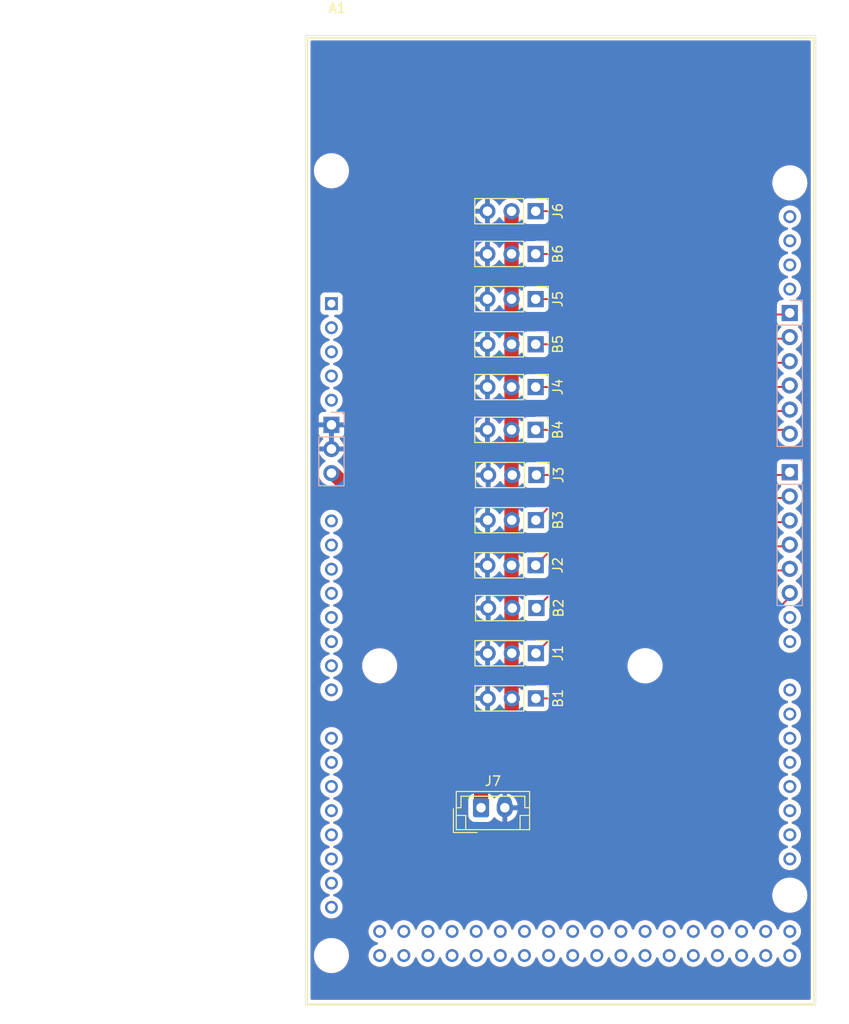
<source format=kicad_pcb>
(kicad_pcb (version 20241229) (generator "pcbnew") (generator_version "9.0")
  (layers (0 "F.Cu" signal) (2 "B.Cu" signal) (13 "F.Paste" user) (15 "B.Paste" user) (5 "F.SilkS" user "F.Silkscreen") (7 "B.SilkS" user "B.Silkscreen") (1 "F.Mask" user) (3 "B.Mask" user) (25 "Edge.Cuts" user))
  (net 0 "")
  (net 2 "Net-(J1-PWM)")
  (net 4 "Net-(B5-PWM)")
  (net 5 "Net-(J3-PWM)")
  (net 7 "Net-(J6-PWM)")
  (net 25 "Net-(B6-PWM)")
  (net 26 "Net-(B2-PWM)")
  (net 27 "Net-(J2-PWM)")
  (net 44 "Net-(B3-PWM)")
  (net 50 "Net-(B4-PWM)")
  (net 51 "Net-(J4-PWM)")
  (net 62 "Net-(J5-PWM)")
  (net 76 "Net-(B1-PWM)")
  (net 83 "GND")
  (net 85 "+5V")
  (footprint "Connector_PinHeader_2.54mm:PinHeader_1x03_P2.54mm_Vertical" (layer "F.Cu") (at 79.25 65.25 -90)
    (property "Reference" "B6" (at 0 -2.33 90) (layer "F.SilkS"))
    (property "Value" "Motor_Servo")
    (fp_line (start -1.33 6.41) (end 1.33 6.41) (stroke (width 0.12)) (layer "F.SilkS"))
    (fp_line (start -1.33 1.27) (end -1.33 6.41) (stroke (width 0.12)) (layer "F.SilkS"))
    (fp_line (start -1.33 1.27) (end 1.33 1.27) (stroke (width 0.12)) (layer "F.SilkS"))
    (fp_line (start 1.33 1.27) (end 1.33 6.41) (stroke (width 0.12)) (layer "F.SilkS"))
    (fp_line (start -1.33 0) (end -1.33 -1.33) (stroke (width 0.12)) (layer "F.SilkS"))
    (fp_line (start -1.33 -1.33) (end 0 -1.33) (stroke (width 0.12)) (layer "F.SilkS"))
    (pad "1" thru_hole rect (at 0 0 270) (size 1.7 1.7) (drill 1) (layers "*.Cu" "*.Mask") (net 25 "Net-(B6-PWM)"))
    (pad "2" thru_hole oval (at 0 2.54 270) (size 1.7 1.7) (drill 1) (layers "*.Cu" "*.Mask") (net 85 "+5V"))
    (pad "3" thru_hole oval (at 0 5.08 270) (size 1.7 1.7) (drill 1) (layers "*.Cu" "*.Mask") (net 83 "GND"))
  )
  (footprint "Connector_PinHeader_2.54mm:PinHeader_1x03_P2.54mm_Vertical" (layer "F.Cu") (at 79.25 98 -90)
    (property "Reference" "J2" (at 0 -2.33 90) (layer "F.SilkS"))
    (property "Value" "Motor_Servo")
    (fp_line (start -1.33 6.41) (end 1.33 6.41) (stroke (width 0.12)) (layer "F.SilkS"))
    (fp_line (start -1.33 1.27) (end -1.33 6.41) (stroke (width 0.12)) (layer "F.SilkS"))
    (fp_line (start -1.33 1.27) (end 1.33 1.27) (stroke (width 0.12)) (layer "F.SilkS"))
    (fp_line (start 1.33 1.27) (end 1.33 6.41) (stroke (width 0.12)) (layer "F.SilkS"))
    (fp_line (start -1.33 0) (end -1.33 -1.33) (stroke (width 0.12)) (layer "F.SilkS"))
    (fp_line (start -1.33 -1.33) (end 0 -1.33) (stroke (width 0.12)) (layer "F.SilkS"))
    (pad "1" thru_hole rect (at 0 0 270) (size 1.7 1.7) (drill 1) (layers "*.Cu" "*.Mask") (net 27 "Net-(J2-PWM)"))
    (pad "2" thru_hole oval (at 0 2.54 270) (size 1.7 1.7) (drill 1) (layers "*.Cu" "*.Mask") (net 85 "+5V"))
    (pad "3" thru_hole oval (at 0 5.08 270) (size 1.7 1.7) (drill 1) (layers "*.Cu" "*.Mask") (net 83 "GND"))
  )
  (footprint "Connector_PinHeader_2.54mm:PinHeader_1x03_P2.54mm_Vertical" (layer "F.Cu") (at 79.275 112 -90)
    (property "Reference" "B1" (at 0 -2.33 90) (layer "F.SilkS"))
    (property "Value" "Motor_Servo")
    (fp_line (start -1.33 6.41) (end 1.33 6.41) (stroke (width 0.12)) (layer "F.SilkS"))
    (fp_line (start -1.33 1.27) (end -1.33 6.41) (stroke (width 0.12)) (layer "F.SilkS"))
    (fp_line (start -1.33 1.27) (end 1.33 1.27) (stroke (width 0.12)) (layer "F.SilkS"))
    (fp_line (start 1.33 1.27) (end 1.33 6.41) (stroke (width 0.12)) (layer "F.SilkS"))
    (fp_line (start -1.33 0) (end -1.33 -1.33) (stroke (width 0.12)) (layer "F.SilkS"))
    (fp_line (start -1.33 -1.33) (end 0 -1.33) (stroke (width 0.12)) (layer "F.SilkS"))
    (pad "1" thru_hole rect (at 0 0 270) (size 1.7 1.7) (drill 1) (layers "*.Cu" "*.Mask") (net 76 "Net-(B1-PWM)"))
    (pad "2" thru_hole oval (at 0 2.54 270) (size 1.7 1.7) (drill 1) (layers "*.Cu" "*.Mask") (net 85 "+5V"))
    (pad "3" thru_hole oval (at 0 5.08 270) (size 1.7 1.7) (drill 1) (layers "*.Cu" "*.Mask") (net 83 "GND"))
  )
  (footprint "Connector_PinHeader_2.54mm:PinHeader_1x03_P2.54mm_Vertical" (layer "F.Cu") (at 79.25 60.75 -90)
    (property "Reference" "J6" (at 0 -2.33 90) (layer "F.SilkS"))
    (property "Value" "Motor_Servo")
    (fp_line (start -1.33 6.41) (end 1.33 6.41) (stroke (width 0.12)) (layer "F.SilkS"))
    (fp_line (start -1.33 1.27) (end -1.33 6.41) (stroke (width 0.12)) (layer "F.SilkS"))
    (fp_line (start -1.33 1.27) (end 1.33 1.27) (stroke (width 0.12)) (layer "F.SilkS"))
    (fp_line (start 1.33 1.27) (end 1.33 6.41) (stroke (width 0.12)) (layer "F.SilkS"))
    (fp_line (start -1.33 0) (end -1.33 -1.33) (stroke (width 0.12)) (layer "F.SilkS"))
    (fp_line (start -1.33 -1.33) (end 0 -1.33) (stroke (width 0.12)) (layer "F.SilkS"))
    (pad "1" thru_hole rect (at 0 0 270) (size 1.7 1.7) (drill 1) (layers "*.Cu" "*.Mask") (net 7 "Net-(J6-PWM)"))
    (pad "2" thru_hole oval (at 0 2.54 270) (size 1.7 1.7) (drill 1) (layers "*.Cu" "*.Mask") (net 85 "+5V"))
    (pad "3" thru_hole oval (at 0 5.08 270) (size 1.7 1.7) (drill 1) (layers "*.Cu" "*.Mask") (net 83 "GND"))
  )
  (footprint "Connector_PinHeader_2.54mm:PinHeader_1x03_P2.54mm_Vertical" (layer "F.Cu") (at 79.25 83.75 -90)
    (property "Reference" "B4" (at 0 -2.33 90) (layer "F.SilkS"))
    (property "Value" "Motor_Servo")
    (fp_line (start -1.33 6.41) (end 1.33 6.41) (stroke (width 0.12)) (layer "F.SilkS"))
    (fp_line (start -1.33 1.27) (end -1.33 6.41) (stroke (width 0.12)) (layer "F.SilkS"))
    (fp_line (start -1.33 1.27) (end 1.33 1.27) (stroke (width 0.12)) (layer "F.SilkS"))
    (fp_line (start 1.33 1.27) (end 1.33 6.41) (stroke (width 0.12)) (layer "F.SilkS"))
    (fp_line (start -1.33 0) (end -1.33 -1.33) (stroke (width 0.12)) (layer "F.SilkS"))
    (fp_line (start -1.33 -1.33) (end 0 -1.33) (stroke (width 0.12)) (layer "F.SilkS"))
    (pad "1" thru_hole rect (at 0 0 270) (size 1.7 1.7) (drill 1) (layers "*.Cu" "*.Mask") (net 50 "Net-(B4-PWM)"))
    (pad "2" thru_hole oval (at 0 2.54 270) (size 1.7 1.7) (drill 1) (layers "*.Cu" "*.Mask") (net 85 "+5V"))
    (pad "3" thru_hole oval (at 0 5.08 270) (size 1.7 1.7) (drill 1) (layers "*.Cu" "*.Mask") (net 83 "GND"))
  )
  (footprint "Connector_JST:JST_EH_B2B-EH-A_1x02_P2.50mm_Vertical" (layer "F.Cu") (at 73.5 123.5)
    (property "Reference" "J7" (at 1.25 -2.8 0) (layer "F.SilkS"))
    (property "Value" "Conn_01x02_Pin")
    (fp_line (start -2.91 0.11) (end -2.91 2.61) (stroke (width 0.12)) (layer "F.SilkS"))
    (fp_line (start -2.91 2.61) (end -0.41 2.61) (stroke (width 0.12)) (layer "F.SilkS"))
    (fp_line (start -2.61 -1.71) (end -2.61 2.31) (stroke (width 0.12)) (layer "F.SilkS"))
    (fp_line (start -2.61 0) (end -2.11 0) (stroke (width 0.12)) (layer "F.SilkS"))
    (fp_line (start -2.61 0.81) (end -1.61 0.81) (stroke (width 0.12)) (layer "F.SilkS"))
    (fp_line (start -2.61 2.31) (end 5.11 2.31) (stroke (width 0.12)) (layer "F.SilkS"))
    (fp_line (start -2.11 -1.21) (end 4.61 -1.21) (stroke (width 0.12)) (layer "F.SilkS"))
    (fp_line (start -2.11 0) (end -2.11 -1.21) (stroke (width 0.12)) (layer "F.SilkS"))
    (fp_line (start -1.61 0.81) (end -1.61 2.31) (stroke (width 0.12)) (layer "F.SilkS"))
    (fp_line (start 4.11 0.81) (end 4.11 2.31) (stroke (width 0.12)) (layer "F.SilkS"))
    (fp_line (start 4.61 -1.21) (end 4.61 0) (stroke (width 0.12)) (layer "F.SilkS"))
    (fp_line (start 4.61 0) (end 5.11 0) (stroke (width 0.12)) (layer "F.SilkS"))
    (fp_line (start 5.11 -1.71) (end -2.61 -1.71) (stroke (width 0.12)) (layer "F.SilkS"))
    (fp_line (start 5.11 0.81) (end 4.11 0.81) (stroke (width 0.12)) (layer "F.SilkS"))
    (fp_line (start 5.11 2.31) (end 5.11 -1.71) (stroke (width 0.12)) (layer "F.SilkS"))
    (pad "1" thru_hole roundrect (at 0 0) (size 1.7 2) (drill 1) (layers "*.Cu" "*.Mask") (roundrect_rratio 0.147059) (net 85 "+5V"))
    (pad "2" thru_hole oval (at 2.5 0) (size 1.7 2) (drill 1) (layers "*.Cu" "*.Mask") (net 83 "GND"))
  )
  (footprint "Connector_PinHeader_2.54mm:PinHeader_1x03_P2.54mm_Vertical" (layer "F.Cu") (at 79.25 70 -90)
    (property "Reference" "J5" (at 0 -2.33 90) (layer "F.SilkS"))
    (property "Value" "Motor_Servo")
    (fp_line (start -1.33 6.41) (end 1.33 6.41) (stroke (width 0.12)) (layer "F.SilkS"))
    (fp_line (start -1.33 1.27) (end -1.33 6.41) (stroke (width 0.12)) (layer "F.SilkS"))
    (fp_line (start -1.33 1.27) (end 1.33 1.27) (stroke (width 0.12)) (layer "F.SilkS"))
    (fp_line (start 1.33 1.27) (end 1.33 6.41) (stroke (width 0.12)) (layer "F.SilkS"))
    (fp_line (start -1.33 0) (end -1.33 -1.33) (stroke (width 0.12)) (layer "F.SilkS"))
    (fp_line (start -1.33 -1.33) (end 0 -1.33) (stroke (width 0.12)) (layer "F.SilkS"))
    (pad "1" thru_hole rect (at 0 0 270) (size 1.7 1.7) (drill 1) (layers "*.Cu" "*.Mask") (net 62 "Net-(J5-PWM)"))
    (pad "2" thru_hole oval (at 0 2.54 270) (size 1.7 1.7) (drill 1) (layers "*.Cu" "*.Mask") (net 85 "+5V"))
    (pad "3" thru_hole oval (at 0 5.08 270) (size 1.7 1.7) (drill 1) (layers "*.Cu" "*.Mask") (net 83 "GND"))
  )
  (footprint "Connector_PinHeader_2.54mm:PinHeader_1x03_P2.54mm_Vertical" (layer "F.Cu") (at 79.275 93.25 -90)
    (property "Reference" "B3" (at 0 -2.33 90) (layer "F.SilkS"))
    (property "Value" "Motor_Servo")
    (fp_line (start -1.33 6.41) (end 1.33 6.41) (stroke (width 0.12)) (layer "F.SilkS"))
    (fp_line (start -1.33 1.27) (end -1.33 6.41) (stroke (width 0.12)) (layer "F.SilkS"))
    (fp_line (start -1.33 1.27) (end 1.33 1.27) (stroke (width 0.12)) (layer "F.SilkS"))
    (fp_line (start 1.33 1.27) (end 1.33 6.41) (stroke (width 0.12)) (layer "F.SilkS"))
    (fp_line (start -1.33 0) (end -1.33 -1.33) (stroke (width 0.12)) (layer "F.SilkS"))
    (fp_line (start -1.33 -1.33) (end 0 -1.33) (stroke (width 0.12)) (layer "F.SilkS"))
    (pad "1" thru_hole rect (at 0 0 270) (size 1.7 1.7) (drill 1) (layers "*.Cu" "*.Mask") (net 44 "Net-(B3-PWM)"))
    (pad "2" thru_hole oval (at 0 2.54 270) (size 1.7 1.7) (drill 1) (layers "*.Cu" "*.Mask") (net 85 "+5V"))
    (pad "3" thru_hole oval (at 0 5.08 270) (size 1.7 1.7) (drill 1) (layers "*.Cu" "*.Mask") (net 83 "GND"))
  )
  (footprint "Connector_PinHeader_2.54mm:PinHeader_1x03_P2.54mm_Vertical" (layer "F.Cu") (at 79.25 79.25 -90)
    (property "Reference" "J4" (at 0 -2.33 90) (layer "F.SilkS"))
    (property "Value" "Motor_Servo")
    (fp_line (start -1.33 6.41) (end 1.33 6.41) (stroke (width 0.12)) (layer "F.SilkS"))
    (fp_line (start -1.33 1.27) (end -1.33 6.41) (stroke (width 0.12)) (layer "F.SilkS"))
    (fp_line (start -1.33 1.27) (end 1.33 1.27) (stroke (width 0.12)) (layer "F.SilkS"))
    (fp_line (start 1.33 1.27) (end 1.33 6.41) (stroke (width 0.12)) (layer "F.SilkS"))
    (fp_line (start -1.33 0) (end -1.33 -1.33) (stroke (width 0.12)) (layer "F.SilkS"))
    (fp_line (start -1.33 -1.33) (end 0 -1.33) (stroke (width 0.12)) (layer "F.SilkS"))
    (pad "1" thru_hole rect (at 0 0 270) (size 1.7 1.7) (drill 1) (layers "*.Cu" "*.Mask") (net 51 "Net-(J4-PWM)"))
    (pad "2" thru_hole oval (at 0 2.54 270) (size 1.7 1.7) (drill 1) (layers "*.Cu" "*.Mask") (net 85 "+5V"))
    (pad "3" thru_hole oval (at 0 5.08 270) (size 1.7 1.7) (drill 1) (layers "*.Cu" "*.Mask") (net 83 "GND"))
  )
  (footprint "Connector_PinHeader_2.54mm:PinHeader_1x03_P2.54mm_Vertical" (layer "F.Cu") (at 79.33 102.5 -90)
    (property "Reference" "B2" (at 0 -2.33 90) (layer "F.SilkS"))
    (property "Value" "Motor_Servo")
    (fp_line (start -1.33 6.41) (end 1.33 6.41) (stroke (width 0.12)) (layer "F.SilkS"))
    (fp_line (start -1.33 1.27) (end -1.33 6.41) (stroke (width 0.12)) (layer "F.SilkS"))
    (fp_line (start -1.33 1.27) (end 1.33 1.27) (stroke (width 0.12)) (layer "F.SilkS"))
    (fp_line (start 1.33 1.27) (end 1.33 6.41) (stroke (width 0.12)) (layer "F.SilkS"))
    (fp_line (start -1.33 0) (end -1.33 -1.33) (stroke (width 0.12)) (layer "F.SilkS"))
    (fp_line (start -1.33 -1.33) (end 0 -1.33) (stroke (width 0.12)) (layer "F.SilkS"))
    (pad "1" thru_hole rect (at 0 0 270) (size 1.7 1.7) (drill 1) (layers "*.Cu" "*.Mask") (net 26 "Net-(B2-PWM)"))
    (pad "2" thru_hole oval (at 0 2.54 270) (size 1.7 1.7) (drill 1) (layers "*.Cu" "*.Mask") (net 85 "+5V"))
    (pad "3" thru_hole oval (at 0 5.08 270) (size 1.7 1.7) (drill 1) (layers "*.Cu" "*.Mask") (net 83 "GND"))
  )
  (footprint "Connector_PinHeader_2.54mm:PinHeader_1x03_P2.54mm_Vertical" (layer "F.Cu") (at 79.275 107.25 -90)
    (property "Reference" "J1" (at 0 -2.33 90) (layer "F.SilkS"))
    (property "Value" "Motor_Servo")
    (fp_line (start -1.33 6.41) (end 1.33 6.41) (stroke (width 0.12)) (layer "F.SilkS"))
    (fp_line (start -1.33 1.27) (end -1.33 6.41) (stroke (width 0.12)) (layer "F.SilkS"))
    (fp_line (start -1.33 1.27) (end 1.33 1.27) (stroke (width 0.12)) (layer "F.SilkS"))
    (fp_line (start 1.33 1.27) (end 1.33 6.41) (stroke (width 0.12)) (layer "F.SilkS"))
    (fp_line (start -1.33 0) (end -1.33 -1.33) (stroke (width 0.12)) (layer "F.SilkS"))
    (fp_line (start -1.33 -1.33) (end 0 -1.33) (stroke (width 0.12)) (layer "F.SilkS"))
    (pad "1" thru_hole rect (at 0 0 270) (size 1.7 1.7) (drill 1) (layers "*.Cu" "*.Mask") (net 2 "Net-(J1-PWM)"))
    (pad "2" thru_hole oval (at 0 2.54 270) (size 1.7 1.7) (drill 1) (layers "*.Cu" "*.Mask") (net 85 "+5V"))
    (pad "3" thru_hole oval (at 0 5.08 270) (size 1.7 1.7) (drill 1) (layers "*.Cu" "*.Mask") (net 83 "GND"))
  )
  (footprint "ARDUINO_MEGA_2560_REV3_A000067:ARDUINO_ARDUINO_MEGA_2560_REV3_A000067" (layer "F.Cu") (at 81.88 93.33)
    (property "Reference" "A1" (at -23.525 -53.945 0) (layer "F.SilkS"))
    (property "Value" "ARDUINO_MEGA_2560_REV3_A000067")
    (fp_line (start -26.67 -50.8) (end -23.37 -50.8) (stroke (width 0.127)) (layer "F.SilkS"))
    (fp_line (start -26.67 50.8) (end -26.67 -50.8) (stroke (width 0.127)) (layer "F.SilkS"))
    (fp_line (start -23.37 -50.8) (end -14.378 -50.8) (stroke (width 0.127)) (layer "F.SilkS"))
    (fp_line (start -14.378 -50.8) (end 2.22 -50.8) (stroke (width 0.127)) (layer "F.SilkS"))
    (fp_line (start 2.22 -50.8) (end 14.02 -50.8) (stroke (width 0.127)) (layer "F.SilkS"))
    (fp_line (start 14.02 -50.8) (end 26.67 -50.8) (stroke (width 0.127)) (layer "F.SilkS"))
    (fp_line (start 26.67 -50.8) (end 26.67 50.8) (stroke (width 0.127)) (layer "F.SilkS"))
    (fp_line (start 26.67 50.8) (end -26.67 50.8) (stroke (width 0.127)) (layer "F.SilkS"))
    (pad "" np_thru_hole circle (at -24.13 -36.83) (size 3.2 3.2) (drill 3.2) (layers "*.Cu" "*.Mask"))
    (pad "" np_thru_hole circle (at -24.13 45.72) (size 3.2 3.2) (drill 3.2) (layers "*.Cu" "*.Mask"))
    (pad "" np_thru_hole circle (at -19.05 15.24) (size 3.2 3.2) (drill 3.2) (layers "*.Cu" "*.Mask"))
    (pad "" np_thru_hole circle (at 8.89 15.24) (size 3.2 3.2) (drill 3.2) (layers "*.Cu" "*.Mask"))
    (pad "" np_thru_hole circle (at 24.13 -35.56) (size 3.2 3.2) (drill 3.2) (layers "*.Cu" "*.Mask"))
    (pad "" np_thru_hole circle (at 24.13 39.37) (size 3.2 3.2) (drill 3.2) (layers "*.Cu" "*.Mask"))
    (pad "0" thru_hole circle (at 24.13 12.7) (size 1.358 1.358) (drill 0.85) (layers "*.Cu" "*.Mask"))
    (pad "1" thru_hole circle (at 24.13 10.16) (size 1.358 1.358) (drill 0.85) (layers "*.Cu" "*.Mask"))
    (pad "3V3" thru_hole circle (at -24.13 -15.24) (size 1.358 1.358) (drill 0.85) (layers "*.Cu" "*.Mask"))
    (pad "5V_1" thru_hole circle (at -24.13 -12.7) (size 1.358 1.358) (drill 0.85) (layers "*.Cu" "*.Mask"))
    (pad "5V_2" thru_hole circle (at 24.13 43.18) (size 1.358 1.358) (drill 0.85) (layers "*.Cu" "*.Mask"))
    (pad "5V_3" thru_hole circle (at 24.13 45.72) (size 1.358 1.358) (drill 0.85) (layers "*.Cu" "*.Mask"))
    (pad "14" thru_hole circle (at 24.13 17.78) (size 1.358 1.358) (drill 0.85) (layers "*.Cu" "*.Mask"))
    (pad "15" thru_hole circle (at 24.13 20.32) (size 1.358 1.358) (drill 0.85) (layers "*.Cu" "*.Mask"))
    (pad "16" thru_hole circle (at 24.13 22.86) (size 1.358 1.358) (drill 0.85) (layers "*.Cu" "*.Mask"))
    (pad "17" thru_hole circle (at 24.13 25.4) (size 1.358 1.358) (drill 0.85) (layers "*.Cu" "*.Mask"))
    (pad "18" thru_hole circle (at 24.13 27.94) (size 1.358 1.358) (drill 0.85) (layers "*.Cu" "*.Mask"))
    (pad "19" thru_hole circle (at 24.13 30.48) (size 1.358 1.358) (drill 0.85) (layers "*.Cu" "*.Mask"))
    (pad "20" thru_hole circle (at 24.13 33.02) (size 1.358 1.358) (drill 0.85) (layers "*.Cu" "*.Mask"))
    (pad "21" thru_hole circle (at 24.13 35.56) (size 1.358 1.358) (drill 0.85) (layers "*.Cu" "*.Mask"))
    (pad "22" thru_hole circle (at 21.59 43.18) (size 1.358 1.358) (drill 0.85) (layers "*.Cu" "*.Mask"))
    (pad "23" thru_hole circle (at 21.59 45.72) (size 1.358 1.358) (drill 0.85) (layers "*.Cu" "*.Mask"))
    (pad "24" thru_hole circle (at 19.05 43.18) (size 1.358 1.358) (drill 0.85) (layers "*.Cu" "*.Mask"))
    (pad "25" thru_hole circle (at 19.05 45.72) (size 1.358 1.358) (drill 0.85) (layers "*.Cu" "*.Mask"))
    (pad "26" thru_hole circle (at 16.51 43.18) (size 1.358 1.358) (drill 0.85) (layers "*.Cu" "*.Mask"))
    (pad "27" thru_hole circle (at 16.51 45.72) (size 1.358 1.358) (drill 0.85) (layers "*.Cu" "*.Mask"))
    (pad "28" thru_hole circle (at 13.97 43.18) (size 1.358 1.358) (drill 0.85) (layers "*.Cu" "*.Mask"))
    (pad "29" thru_hole circle (at 13.97 45.72) (size 1.358 1.358) (drill 0.85) (layers "*.Cu" "*.Mask"))
    (pad "30" thru_hole circle (at 11.43 43.18) (size 1.358 1.358) (drill 0.85) (layers "*.Cu" "*.Mask"))
    (pad "31" thru_hole circle (at 11.43 45.72) (size 1.358 1.358) (drill 0.85) (layers "*.Cu" "*.Mask"))
    (pad "32" thru_hole circle (at 8.89 43.18) (size 1.358 1.358) (drill 0.85) (layers "*.Cu" "*.Mask"))
    (pad "33" thru_hole circle (at 8.89 45.72) (size 1.358 1.358) (drill 0.85) (layers "*.Cu" "*.Mask"))
    (pad "34" thru_hole circle (at 6.35 43.18) (size 1.358 1.358) (drill 0.85) (layers "*.Cu" "*.Mask"))
    (pad "35" thru_hole circle (at 6.35 45.72) (size 1.358 1.358) (drill 0.85) (layers "*.Cu" "*.Mask"))
    (pad "36" thru_hole circle (at 3.81 43.18) (size 1.358 1.358) (drill 0.85) (layers "*.Cu" "*.Mask"))
    (pad "37" thru_hole circle (at 3.81 45.72) (size 1.358 1.358) (drill 0.85) (layers "*.Cu" "*.Mask"))
    (pad "38" thru_hole circle (at 1.27 43.18) (size 1.358 1.358) (drill 0.85) (layers "*.Cu" "*.Mask"))
    (pad "39" thru_hole circle (at 1.27 45.72) (size 1.358 1.358) (drill 0.85) (layers "*.Cu" "*.Mask"))
    (pad "40" thru_hole circle (at -1.27 43.18) (size 1.358 1.358) (drill 0.85) (layers "*.Cu" "*.Mask"))
    (pad "41" thru_hole circle (at -1.27 45.72) (size 1.358 1.358) (drill 0.85) (layers "*.Cu" "*.Mask"))
    (pad "42" thru_hole circle (at -3.81 43.18) (size 1.358 1.358) (drill 0.85) (layers "*.Cu" "*.Mask"))
    (pad "43" thru_hole circle (at -3.81 45.72) (size 1.358 1.358) (drill 0.85) (layers "*.Cu" "*.Mask"))
    (pad "44" thru_hole circle (at -6.35 43.18) (size 1.358 1.358) (drill 0.85) (layers "*.Cu" "*.Mask"))
    (pad "45" thru_hole circle (at -6.35 45.72) (size 1.358 1.358) (drill 0.85) (layers "*.Cu" "*.Mask"))
    (pad "46" thru_hole circle (at -8.89 43.18) (size 1.358 1.358) (drill 0.85) (layers "*.Cu" "*.Mask"))
    (pad "47" thru_hole circle (at -8.89 45.72) (size 1.358 1.358) (drill 0.85) (layers "*.Cu" "*.Mask"))
    (pad "48" thru_hole circle (at -11.43 43.18) (size 1.358 1.358) (drill 0.85) (layers "*.Cu" "*.Mask"))
    (pad "49" thru_hole circle (at -11.43 45.72) (size 1.358 1.358) (drill 0.85) (layers "*.Cu" "*.Mask"))
    (pad "50" thru_hole circle (at -13.97 43.18) (size 1.358 1.358) (drill 0.85) (layers "*.Cu" "*.Mask"))
    (pad "51" thru_hole circle (at -13.97 45.72) (size 1.358 1.358) (drill 0.85) (layers "*.Cu" "*.Mask"))
    (pad "52" thru_hole circle (at -16.51 43.18) (size 1.358 1.358) (drill 0.85) (layers "*.Cu" "*.Mask"))
    (pad "53" thru_hole circle (at -16.51 45.72) (size 1.358 1.358) (drill 0.85) (layers "*.Cu" "*.Mask"))
    (pad "AD0" thru_hole circle (at -24.13 0) (size 1.358 1.358) (drill 0.85) (layers "*.Cu" "*.Mask"))
    (pad "AD1" thru_hole circle (at -24.13 2.54) (size 1.358 1.358) (drill 0.85) (layers "*.Cu" "*.Mask"))
    (pad "AD2" thru_hole circle (at -24.13 5.08) (size 1.358 1.358) (drill 0.85) (layers "*.Cu" "*.Mask"))
    (pad "AD3" thru_hole circle (at -24.13 7.62) (size 1.358 1.358) (drill 0.85) (layers "*.Cu" "*.Mask"))
    (pad "AD4" thru_hole circle (at -24.13 10.16) (size 1.358 1.358) (drill 0.85) (layers "*.Cu" "*.Mask"))
    (pad "AD5" thru_hole circle (at -24.13 12.7) (size 1.358 1.358) (drill 0.85) (layers "*.Cu" "*.Mask"))
    (pad "AD6" thru_hole circle (at -24.13 15.24) (size 1.358 1.358) (drill 0.85) (layers "*.Cu" "*.Mask"))
    (pad "AD7" thru_hole circle (at -24.13 17.78) (size 1.358 1.358) (drill 0.85) (layers "*.Cu" "*.Mask"))
    (pad "AD8" thru_hole circle (at -24.13 22.86) (size 1.358 1.358) (drill 0.85) (layers "*.Cu" "*.Mask"))
    (pad "AD9" thru_hole circle (at -24.13 25.4) (size 1.358 1.358) (drill 0.85) (layers "*.Cu" "*.Mask"))
    (pad "AD10" thru_hole circle (at -24.13 27.94) (size 1.358 1.358) (drill 0.85) (layers "*.Cu" "*.Mask"))
    (pad "AD11" thru_hole circle (at -24.13 30.48) (size 1.358 1.358) (drill 0.85) (layers "*.Cu" "*.Mask"))
    (pad "AD12" thru_hole circle (at -24.13 33.02) (size 1.358 1.358) (drill 0.85) (layers "*.Cu" "*.Mask"))
    (pad "AD13" thru_hole circle (at -24.13 35.56) (size 1.358 1.358) (drill 0.85) (layers "*.Cu" "*.Mask"))
    (pad "AD14" thru_hole circle (at -24.13 38.1) (size 1.358 1.358) (drill 0.85) (layers "*.Cu" "*.Mask"))
    (pad "AD15" thru_hole circle (at -24.13 40.64) (size 1.358 1.358) (drill 0.85) (layers "*.Cu" "*.Mask"))
    (pad "AREF" thru_hole circle (at 24.13 -26.924) (size 1.358 1.358) (drill 0.85) (layers "*.Cu" "*.Mask"))
    (pad "GND3" thru_hole circle (at 24.13 -24.384) (size 1.358 1.358) (drill 0.85) (layers "*.Cu" "*.Mask"))
    (pad "GND4" thru_hole circle (at -19.05 43.18) (size 1.358 1.358) (drill 0.85) (layers "*.Cu" "*.Mask"))
    (pad "GND5" thru_hole circle (at -19.05 45.72) (size 1.358 1.358) (drill 0.85) (layers "*.Cu" "*.Mask"))
    (pad "IOREF" thru_hole circle (at -24.13 -20.32) (size 1.358 1.358) (drill 0.85) (layers "*.Cu" "*.Mask"))
    (pad "NC" thru_hole rect (at -24.13 -22.86) (size 1.358 1.358) (drill 0.85) (layers "*.Cu" "*.Mask"))
    (pad "RESET" thru_hole circle (at -24.13 -17.78) (size 1.358 1.358) (drill 0.85) (layers "*.Cu" "*.Mask"))
    (pad "SCL" thru_hole circle (at 24.13 -32.004) (size 1.358 1.358) (drill 0.85) (layers "*.Cu" "*.Mask"))
    (pad "SDA" thru_hole circle (at 24.13 -29.464) (size 1.358 1.358) (drill 0.85) (layers "*.Cu" "*.Mask"))
  )
  (footprint "Connector_PinHeader_2.54mm:PinHeader_1x03_P2.54mm_Vertical" (layer "F.Cu") (at 79.25 74.75 -90)
    (property "Reference" "B5" (at 0 -2.33 90) (layer "F.SilkS"))
    (property "Value" "Motor_Servo")
    (fp_line (start -1.33 6.41) (end 1.33 6.41) (stroke (width 0.12)) (layer "F.SilkS"))
    (fp_line (start -1.33 1.27) (end -1.33 6.41) (stroke (width 0.12)) (layer "F.SilkS"))
    (fp_line (start -1.33 1.27) (end 1.33 1.27) (stroke (width 0.12)) (layer "F.SilkS"))
    (fp_line (start 1.33 1.27) (end 1.33 6.41) (stroke (width 0.12)) (layer "F.SilkS"))
    (fp_line (start -1.33 0) (end -1.33 -1.33) (stroke (width 0.12)) (layer "F.SilkS"))
    (fp_line (start -1.33 -1.33) (end 0 -1.33) (stroke (width 0.12)) (layer "F.SilkS"))
    (pad "1" thru_hole rect (at 0 0 270) (size 1.7 1.7) (drill 1) (layers "*.Cu" "*.Mask") (net 4 "Net-(B5-PWM)"))
    (pad "2" thru_hole oval (at 0 2.54 270) (size 1.7 1.7) (drill 1) (layers "*.Cu" "*.Mask") (net 85 "+5V"))
    (pad "3" thru_hole oval (at 0 5.08 270) (size 1.7 1.7) (drill 1) (layers "*.Cu" "*.Mask") (net 83 "GND"))
  )
  (footprint "Connector_PinHeader_2.54mm:PinHeader_1x03_P2.54mm_Vertical" (layer "F.Cu") (at 79.33 88.5 -90)
    (property "Reference" "J3" (at 0 -2.33 90) (layer "F.SilkS"))
    (property "Value" "Motor_Servo")
    (fp_line (start -1.33 6.41) (end 1.33 6.41) (stroke (width 0.12)) (layer "F.SilkS"))
    (fp_line (start -1.33 1.27) (end -1.33 6.41) (stroke (width 0.12)) (layer "F.SilkS"))
    (fp_line (start -1.33 1.27) (end 1.33 1.27) (stroke (width 0.12)) (layer "F.SilkS"))
    (fp_line (start 1.33 1.27) (end 1.33 6.41) (stroke (width 0.12)) (layer "F.SilkS"))
    (fp_line (start -1.33 0) (end -1.33 -1.33) (stroke (width 0.12)) (layer "F.SilkS"))
    (fp_line (start -1.33 -1.33) (end 0 -1.33) (stroke (width 0.12)) (layer "F.SilkS"))
    (pad "1" thru_hole rect (at 0 0 270) (size 1.7 1.7) (drill 1) (layers "*.Cu" "*.Mask") (net 5 "Net-(J3-PWM)"))
    (pad "2" thru_hole oval (at 0 2.54 270) (size 1.7 1.7) (drill 1) (layers "*.Cu" "*.Mask") (net 85 "+5V"))
    (pad "3" thru_hole oval (at 0 5.08 270) (size 1.7 1.7) (drill 1) (layers "*.Cu" "*.Mask") (net 83 "GND"))
  )
  (footprint "Connector_PinHeader_2.54mm:PinHeader_1x06_P2.54mm_Vertical" (layer "B.Cu") (at 106 71.46 180)
    (property "Reference" "J9" (hide yes))
    (property "Value" "Conn_01x06_Pin")
    (fp_line (start 1.33 -1.27) (end 1.33 -14.03) (stroke (width 0.12)) (layer "B.SilkS"))
    (fp_line (start -1.33 1.33) (end 0 1.33) (stroke (width 0.12)) (layer "B.SilkS"))
    (fp_line (start -1.33 0) (end -1.33 1.33) (stroke (width 0.12)) (layer "B.SilkS"))
    (fp_line (start -1.33 -1.27) (end 1.33 -1.27) (stroke (width 0.12)) (layer "B.SilkS"))
    (fp_line (start -1.33 -1.27) (end -1.33 -14.03) (stroke (width 0.12)) (layer "B.SilkS"))
    (fp_line (start -1.33 -14.03) (end 1.33 -14.03) (stroke (width 0.12)) (layer "B.SilkS"))
    (pad "1" thru_hole rect (at 0 0 180) (size 1.7 1.7) (drill 1) (layers "*.Cu" "*.Mask") (net 7 "Net-(J6-PWM)"))
    (pad "2" thru_hole oval (at 0 -2.54 180) (size 1.7 1.7) (drill 1) (layers "*.Cu" "*.Mask") (net 25 "Net-(B6-PWM)"))
    (pad "3" thru_hole oval (at 0 -5.08 180) (size 1.7 1.7) (drill 1) (layers "*.Cu" "*.Mask") (net 62 "Net-(J5-PWM)"))
    (pad "4" thru_hole oval (at 0 -7.62 180) (size 1.7 1.7) (drill 1) (layers "*.Cu" "*.Mask") (net 4 "Net-(B5-PWM)"))
    (pad "5" thru_hole oval (at 0 -10.16 180) (size 1.7 1.7) (drill 1) (layers "*.Cu" "*.Mask") (net 51 "Net-(J4-PWM)"))
    (pad "6" thru_hole oval (at 0 -12.7 180) (size 1.7 1.7) (drill 1) (layers "*.Cu" "*.Mask") (net 50 "Net-(B4-PWM)"))
  )
  (footprint "Connector_PinHeader_2.54mm:PinHeader_1x06_P2.54mm_Vertical" (layer "B.Cu") (at 106 88.21 180)
    (property "Reference" "J8" (hide yes))
    (property "Value" "Conn_01x06_Pin")
    (fp_line (start 1.33 -1.27) (end 1.33 -14.03) (stroke (width 0.12)) (layer "B.SilkS"))
    (fp_line (start -1.33 1.33) (end 0 1.33) (stroke (width 0.12)) (layer "B.SilkS"))
    (fp_line (start -1.33 0) (end -1.33 1.33) (stroke (width 0.12)) (layer "B.SilkS"))
    (fp_line (start -1.33 -1.27) (end 1.33 -1.27) (stroke (width 0.12)) (layer "B.SilkS"))
    (fp_line (start -1.33 -1.27) (end -1.33 -14.03) (stroke (width 0.12)) (layer "B.SilkS"))
    (fp_line (start -1.33 -14.03) (end 1.33 -14.03) (stroke (width 0.12)) (layer "B.SilkS"))
    (pad "1" thru_hole rect (at 0 0 180) (size 1.7 1.7) (drill 1) (layers "*.Cu" "*.Mask") (net 5 "Net-(J3-PWM)"))
    (pad "2" thru_hole oval (at 0 -2.54 180) (size 1.7 1.7) (drill 1) (layers "*.Cu" "*.Mask") (net 44 "Net-(B3-PWM)"))
    (pad "3" thru_hole oval (at 0 -5.08 180) (size 1.7 1.7) (drill 1) (layers "*.Cu" "*.Mask") (net 27 "Net-(J2-PWM)"))
    (pad "4" thru_hole oval (at 0 -7.62 180) (size 1.7 1.7) (drill 1) (layers "*.Cu" "*.Mask") (net 26 "Net-(B2-PWM)"))
    (pad "5" thru_hole oval (at 0 -10.16 180) (size 1.7 1.7) (drill 1) (layers "*.Cu" "*.Mask") (net 2 "Net-(J1-PWM)"))
    (pad "6" thru_hole oval (at 0 -12.7 180) (size 1.7 1.7) (drill 1) (layers "*.Cu" "*.Mask") (net 76 "Net-(B1-PWM)"))
  )
  (footprint "Connector_PinHeader_2.54mm:PinHeader_1x03_P2.54mm_Vertical" (layer "B.Cu") (at 57.75 83.225 180)
    (property "Reference" "J10" (hide yes))
    (property "Value" "Conn_01x03_Pin")
    (fp_line (start 1.33 -1.27) (end 1.33 -6.41) (stroke (width 0.12)) (layer "B.SilkS"))
    (fp_line (start -1.33 1.33) (end 0 1.33) (stroke (width 0.12)) (layer "B.SilkS"))
    (fp_line (start -1.33 0) (end -1.33 1.33) (stroke (width 0.12)) (layer "B.SilkS"))
    (fp_line (start -1.33 -1.27) (end 1.33 -1.27) (stroke (width 0.12)) (layer "B.SilkS"))
    (fp_line (start -1.33 -1.27) (end -1.33 -6.41) (stroke (width 0.12)) (layer "B.SilkS"))
    (fp_line (start -1.33 -6.41) (end 1.33 -6.41) (stroke (width 0.12)) (layer "B.SilkS"))
    (pad "1" thru_hole rect (at 0 0 180) (size 1.7 1.7) (drill 1) (layers "*.Cu" "*.Mask") (net 83 "GND"))
    (pad "2" thru_hole oval (at 0 -2.54 180) (size 1.7 1.7) (drill 1) (layers "*.Cu" "*.Mask") (net 83 "GND"))
    (pad "3" thru_hole oval (at 0 -5.08 180) (size 1.7 1.7) (drill 1) (layers "*.Cu" "*.Mask") (net 85 "+5V"))
  )
  (gr_rect (start 55 42.25) (end 108.75 144.25) (stroke (width 0.05)) (fill no) (layer "Edge.Cuts"))
  (gr_text "Pathfinder" (at 86.75 104.5 0) (layer "F.Cu") (effects (font (size 1.5 1.5) (thickness 0.3) (bold yes)) (justify left bottom)))
  (segment (start 79.275 107.25) (end 87.981 98.544) (width 0.2) (layer "F.Cu") (net 2))
  (segment (start 87.981 98.544) (end 106.26 98.544) (width 0.2) (layer "F.Cu") (net 2))
  (segment (start 93.26 79.24) (end 106.26 79.24) (width 0.2) (layer "F.Cu") (net 4))
  (segment (start 79.25 74.75) (end 88.75 74.75) (width 0.2) (layer "F.Cu") (net 4))
  (segment (start 93.25 79.25) (end 93.26 79.24) (width 0.2) (layer "F.Cu") (net 4))
  (segment (start 88.75 74.75) (end 93.25 79.25) (width 0.2) (layer "F.Cu") (net 4))
  (segment (start 106.144 88.5) (end 106.26 88.384) (width 0.2) (layer "F.Cu") (net 5))
  (segment (start 79.33 88.5) (end 106.144 88.5) (width 0.2) (layer "F.Cu") (net 5))
  (segment (start 79.25 60.75) (end 87 60.75) (width 0.2) (layer "F.Cu") (net 7))
  (segment (start 87 60.75) (end 97.87 71.62) (width 0.2) (layer "F.Cu") (net 7))
  (segment (start 97.87 71.62) (end 106.26 71.62) (width 0.2) (layer "F.Cu") (net 7))
  (segment (start 79.25 65.25) (end 87.25 65.25) (width 0.2) (layer "F.Cu") (net 25))
  (segment (start 96.34 74.16) (end 106.26 74.16) (width 0.2) (layer "F.Cu") (net 25))
  (segment (start 96.25 74.25) (end 96.34 74.16) (width 0.2) (layer "F.Cu") (net 25))
  (segment (start 87.25 65.25) (end 96.25 74.25) (width 0.2) (layer "F.Cu") (net 25))
  (segment (start 79.33 102.5) (end 85.826 96.004) (width 0.2) (layer "F.Cu") (net 26))
  (segment (start 85.826 96.004) (end 106.26 96.004) (width 0.2) (layer "F.Cu") (net 26))
  (segment (start 79.25 98) (end 83.786 93.464) (width 0.2) (layer "F.Cu") (net 27))
  (segment (start 83.786 93.464) (end 106.26 93.464) (width 0.2) (layer "F.Cu") (net 27))
  (segment (start 79.275 93.25) (end 81.601 90.924) (width 0.2) (layer "F.Cu") (net 44))
  (segment (start 81.601 90.924) (end 106.26 90.924) (width 0.2) (layer "F.Cu") (net 44))
  (segment (start 79.25 83.75) (end 105.69 83.75) (width 0.2) (layer "F.Cu") (net 50))
  (segment (start 105.69 83.75) (end 106.26 84.32) (width 0.2) (layer "F.Cu") (net 50))
  (segment (start 79.25 79.25) (end 89 79.25) (width 0.2) (layer "F.Cu") (net 51))
  (segment (start 89 79.25) (end 91.53 81.78) (width 0.2) (layer "F.Cu") (net 51))
  (segment (start 91.53 81.78) (end 106.26 81.78) (width 0.2) (layer "F.Cu") (net 51))
  (segment (start 88.25 70) (end 95 76.75) (width 0.2) (layer "F.Cu") (net 62))
  (segment (start 95 76.75) (end 95.05 76.7) (width 0.2) (layer "F.Cu") (net 62))
  (segment (start 95.05 76.7) (end 106.26 76.7) (width 0.2) (layer "F.Cu") (net 62))
  (segment (start 79.25 70) (end 88.25 70) (width 0.2) (layer "F.Cu") (net 62))
  (segment (start 95.344 112) (end 106.26 101.084) (width 0.2) (layer "F.Cu") (net 76))
  (segment (start 79.275 112) (end 95.344 112) (width 0.2) (layer "F.Cu") (net 76))
  (segment (start 76 122.944602) (end 76 123.5) (width 1.5) (layer "B.Cu") (net 83))
  (segment (start 74.195 60.775) (end 74.17 60.75) (width 0.2) (layer "B.Cu") (net 83))
  (segment (start 76.735 114.765) (end 73.5 118) (width 1.5) (layer "F.Cu") (net 85))
  (segment (start 70 114.5) (end 73.5 118) (width 1.5) (layer "F.Cu") (net 85))
  (segment (start 76.71 60.75) (end 76.71 111.975) (width 1.5) (layer "F.Cu") (net 85))
  (segment (start 58 88.384) (end 70 100.384) (width 1.5) (layer "F.Cu") (net 85))
  (segment (start 76.735 112) (end 76.735 114.765) (width 1.5) (layer "F.Cu") (net 85))
  (segment (start 70 100.384) (end 70 114.5) (width 1.5) (layer "F.Cu") (net 85))
  (segment (start 73.5 118) (end 73.5 123.5) (width 1.5) (layer "F.Cu") (net 85))
  (segment (start 76.71 111.975) (end 76.735 112) (width 0.2) (layer "F.Cu") (net 85))
  (zone (net 83) (net_name "GND") (layer "F.Cu") (priority 1) (connect_pads (clearance 0.5)) (min_thickness 0.25) (fill yes (thermal_gap 0.5) (thermal_bridge_width 0.5))
    (polygon (pts (xy 55.25 42.5) (xy 108.5 42.5) (xy 108.5 144) (xy 55.25 144)))
  )
  (zone (net 83) (net_name "GND") (layer "B.Cu") (connect_pads (clearance 0.5)) (min_thickness 0.25) (fill yes (thermal_gap 0.5) (thermal_bridge_width 0.5))
    (polygon (pts (xy 55.25 42.5) (xy 108.5 42.5) (xy 108.5 144) (xy 55.25 144)))
  )
)
</source>
